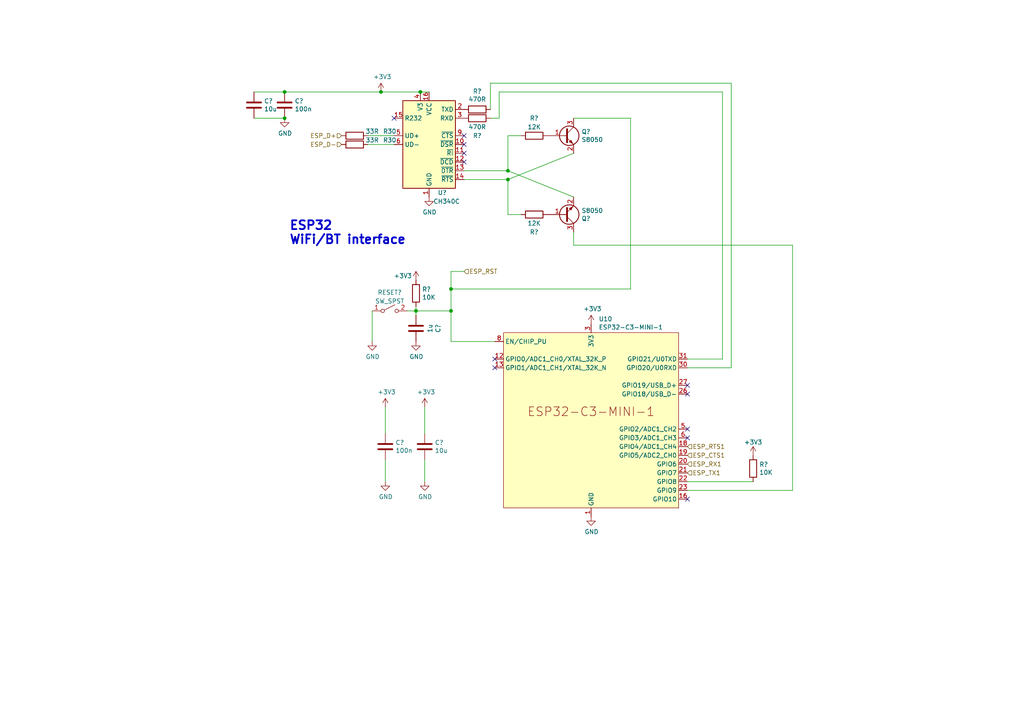
<source format=kicad_sch>
(kicad_sch (version 20230121) (generator eeschema)
  (paper "A4")
  (title_block (title "IMUnav") (date "2023-12-21") (rev "H00") (comment 1 "Inertial navigation unit"))
  (lib_symbols
    (symbol "Device:C" (pin_numbers hide) (pin_names (offset 0.254))
      (property "Reference" "C" (at 0.635 2.54 0))
      (property "Value" "C" (at 0.635 -2.54 0))
      (symbol "C_0_1"
        (polyline (pts (xy -2.032 -0.762) (xy 2.032 -0.762)) (stroke (width 0.508)))
        (polyline (pts (xy -2.032 0.762) (xy 2.032 0.762)) (stroke (width 0.508)))
      )
      (symbol "C_1_1"
        (pin passive line (at 0 3.81 270) (length 2.794) (name "~") (number "1"))
        (pin passive line (at 0 -3.81 90) (length 2.794) (name "~") (number "2"))
      )
    )
    (symbol "Device:Q_NPN_BEC" (pin_names (offset 0) hide)
      (property "Reference" "Q" (at 5.08 1.27 0))
      (property "Value" "Q_NPN_BEC" (at 5.08 -1.27 0))
      (symbol "Q_NPN_BEC_0_1"
        (polyline (pts (xy 0.635 0.635) (xy 2.54 2.54)))
        (polyline (pts (xy 0.635 -0.635) (xy 2.54 -2.54) (xy 2.54 -2.54)))
        (polyline (pts (xy 0.635 1.905) (xy 0.635 -1.905) (xy 0.635 -1.905)) (stroke (width 0.508)))
        (polyline (pts (xy 1.27 -1.778) (xy 1.778 -1.27) (xy 2.286 -2.286) (xy 1.27 -1.778) (xy 1.27 -1.778)) (fill (type outline)))
        (circle (center 1.27 0) (radius 2.8194) (stroke (width 0.254)))
      )
      (symbol "Q_NPN_BEC_1_1"
        (pin input line (at -5.08 0 0) (length 5.715) (name "B") (number "1"))
        (pin passive line (at 2.54 -5.08 90) (length 2.54) (name "E") (number "2"))
        (pin passive line (at 2.54 5.08 270) (length 2.54) (name "C") (number "3"))
      )
    )
    (symbol "Device:R" (pin_numbers hide) (pin_names (offset 0))
      (property "Reference" "R" (at 2.032 0 90))
      (property "Value" "R" (at 0 0 90))
      (symbol "R_0_1"
        (rectangle (start -1.016 -2.54) (end 1.016 2.54) (stroke (width 0.254)))
      )
      (symbol "R_1_1"
        (pin passive line (at 0 3.81 270) (length 1.27) (name "~") (number "1"))
        (pin passive line (at 0 -3.81 90) (length 1.27) (name "~") (number "2"))
      )
    )
    (symbol "Interface_USB:CH340C"
      (property "Reference" "U" (at -5.08 13.97 0))
      (property "Value" "CH340C" (at 1.27 13.97 0))
      (symbol "CH340C_0_1"
        (rectangle (start -7.62 12.7) (end 7.62 -12.7) (stroke (width 0.254)) (fill (type background)))
      )
      (symbol "CH340C_1_1"
        (pin power_in line (at 0 -15.24 90) (length 2.54) (name "GND") (number "1"))
        (pin input line (at 10.16 0 180) (length 2.54) (name "~{DSR}") (number "10"))
        (pin input line (at 10.16 -2.54 180) (length 2.54) (name "~{RI}") (number "11"))
        (pin input line (at 10.16 -5.08 180) (length 2.54) (name "~{DCD}") (number "12"))
        (pin output line (at 10.16 -7.62 180) (length 2.54) (name "~{DTR}") (number "13"))
        (pin output line (at 10.16 -10.16 180) (length 2.54) (name "~{RTS}") (number "14"))
        (pin input line (at -10.16 7.62 0) (length 2.54) (name "R232") (number "15"))
        (pin power_in line (at 0 15.24 270) (length 2.54) (name "VCC") (number "16"))
        (pin output line (at 10.16 10.16 180) (length 2.54) (name "TXD") (number "2"))
        (pin input line (at 10.16 7.62 180) (length 2.54) (name "RXD") (number "3"))
        (pin passive line (at -2.54 15.24 270) (length 2.54) (name "V3") (number "4"))
        (pin bidirectional line (at -10.16 2.54 0) (length 2.54) (name "UD+") (number "5"))
        (pin bidirectional line (at -10.16 0 0) (length 2.54) (name "UD-") (number "6"))
        (pin no_connect line (at -7.62 -7.62 0) (length 2.54) hide (name "NC") (number "7"))
        (pin no_connect line (at -7.62 -10.16 0) (length 2.54) hide (name "NC") (number "8"))
        (pin input line (at 10.16 2.54 180) (length 2.54) (name "~{CTS}") (number "9"))
      )
    )
    (symbol "PCM_Espressif:ESP32-C3-MINI-1"
      (property "Reference" "U" (at -25.4 30.48 0))
      (property "Value" "ESP32-C3-MINI-1" (at -25.4 27.94 0))
      (symbol "ESP32-C3-MINI-1_0_0"
        (text "ESP32-C3-MINI-1" (at 0 2.54 0) (effects (font (size 2.54 2.54))))
      )
      (symbol "ESP32-C3-MINI-1_0_1"
        (rectangle (start -25.4 25.4) (end 25.4 -25.4) (fill (type background)))
      )
      (symbol "ESP32-C3-MINI-1_1_1"
        (pin power_in line (at 0 -27.94 90) (length 2.54) (name "GND") (number "1"))
        (pin no_connect line (at -25.4 2.54 0) (length 2.54) hide (name "NC") (number "10"))
        (pin passive line (at 0 -27.94 90) (length 2.54) hide (name "GND") (number "11"))
        (pin bidirectional line (at -27.94 17.78 0) (length 2.54) (name "GPIO0/ADC1_CH0/XTAL_32K_P") (number "12"))
        (pin bidirectional line (at -27.94 15.24 0) (length 2.54) (name "GPIO1/ADC1_CH1/XTAL_32K_N") (number "13"))
        (pin passive line (at 0 -27.94 90) (length 2.54) hide (name "GND") (number "14"))
        (pin no_connect line (at -25.4 0 0) (length 2.54) hide (name "NC") (number "15"))
        (pin bidirectional line (at 27.94 -22.86 180) (length 2.54) (name "GPIO10") (number "16"))
        (pin no_connect line (at -25.4 -2.54 0) (length 2.54) hide (name "NC") (number "17"))
        (pin bidirectional line (at 27.94 -7.62 180) (length 2.54) (name "GPIO4/ADC1_CH4") (number "18"))
        (pin bidirectional line (at 27.94 -10.16 180) (length 2.54) (name "GPIO5/ADC2_CH0") (number "19"))
        (pin passive line (at 0 -27.94 90) (length 2.54) hide (name "GND") (number "2"))
        (pin bidirectional line (at 27.94 -12.7 180) (length 2.54) (name "GPIO6") (number "20"))
        (pin bidirectional line (at 27.94 -15.24 180) (length 2.54) (name "GPIO7") (number "21"))
        (pin bidirectional line (at 27.94 -17.78 180) (length 2.54) (name "GPIO8") (number "22"))
        (pin bidirectional line (at 27.94 -20.32 180) (length 2.54) (name "GPIO9") (number "23"))
        (pin no_connect line (at -25.4 -5.08 0) (length 2.54) hide (name "NC") (number "24"))
        (pin no_connect line (at -25.4 -7.62 0) (length 2.54) hide (name "NC") (number "25"))
        (pin bidirectional line (at 27.94 7.62 180) (length 2.54) (name "GPIO18/USB_D-") (number "26"))
        (pin bidirectional line (at 27.94 10.16 180) (length 2.54) (name "GPIO19/USB_D+") (number "27"))
        (pin no_connect line (at -25.4 -10.16 0) (length 2.54) hide (name "NC") (number "28"))
        (pin no_connect line (at -25.4 -12.7 0) (length 2.54) hide (name "NC") (number "29"))
        (pin power_in line (at 0 27.94 270) (length 2.54) (name "3V3") (number "3"))
        (pin bidirectional line (at 27.94 15.24 180) (length 2.54) (name "GPIO20/U0RXD") (number "30"))
        (pin bidirectional line (at 27.94 17.78 180) (length 2.54) (name "GPIO21/U0TXD") (number "31"))
        (pin no_connect line (at -25.4 -15.24 0) (length 2.54) hide (name "NC") (number "32"))
        (pin no_connect line (at -25.4 -17.78 0) (length 2.54) hide (name "NC") (number "33"))
        (pin no_connect line (at -25.4 -20.32 0) (length 2.54) hide (name "NC") (number "34"))
        (pin no_connect line (at -25.4 -22.86 0) (length 2.54) hide (name "NC") (number "35"))
        (pin passive line (at 0 -27.94 90) (length 2.54) hide (name "GND") (number "36"))
        (pin passive line (at 0 -27.94 90) (length 2.54) hide (name "GND") (number "37"))
        (pin passive line (at 0 -27.94 90) (length 2.54) hide (name "GND") (number "38"))
        (pin passive line (at 0 -27.94 90) (length 2.54) hide (name "GND") (number "39"))
        (pin no_connect line (at -25.4 10.16 0) (length 2.54) hide (name "NC") (number "4"))
        (pin passive line (at 0 -27.94 90) (length 2.54) hide (name "GND") (number "40"))
        (pin passive line (at 0 -27.94 90) (length 2.54) hide (name "GND") (number "41"))
        (pin passive line (at 0 -27.94 90) (length 2.54) hide (name "GND") (number "42"))
        (pin passive line (at 0 -27.94 90) (length 2.54) hide (name "GND") (number "43"))
        (pin passive line (at 0 -27.94 90) (length 2.54) hide (name "GND") (number "44"))
        (pin passive line (at 0 -27.94 90) (length 2.54) hide (name "GND") (number "45"))
        (pin passive line (at 0 -27.94 90) (length 2.54) hide (name "GND") (number "46"))
        (pin passive line (at 0 -27.94 90) (length 2.54) hide (name "GND") (number "47"))
        (pin passive line (at 0 -27.94 90) (length 2.54) hide (name "GND") (number "48"))
        (pin passive line (at 0 -27.94 90) (length 2.54) hide (name "GND") (number "49"))
        (pin bidirectional line (at 27.94 -2.54 180) (length 2.54) (name "GPIO2/ADC1_CH2") (number "5"))
        (pin passive line (at 0 -27.94 90) (length 2.54) hide (name "GND") (number "50"))
        (pin passive line (at 0 -27.94 90) (length 2.54) hide (name "GND") (number "51"))
        (pin passive line (at 0 -27.94 90) (length 2.54) hide (name "GND") (number "52"))
        (pin passive line (at 0 -27.94 90) (length 2.54) hide (name "GND") (number "53"))
        (pin bidirectional line (at 27.94 -5.08 180) (length 2.54) (name "GPIO3/ADC1_CH3") (number "6"))
        (pin no_connect line (at -25.4 7.62 0) (length 2.54) hide (name "NC") (number "7"))
        (pin input line (at -27.94 22.86 0) (length 2.54) (name "EN/CHIP_PU") (number "8"))
        (pin no_connect line (at -25.4 5.08 0) (length 2.54) hide (name "NC") (number "9"))
      )
    )
    (symbol "Switch:SW_SPST" (pin_names (offset 0) hide)
      (property "Reference" "SW" (at 0 3.175 0))
      (property "Value" "SW_SPST" (at 0 -2.54 0))
      (symbol "SW_SPST_0_0"
        (circle (center -2.032 0) (radius 0.508))
        (polyline (pts (xy -1.524 0.254) (xy 1.524 1.778)))
        (circle (center 2.032 0) (radius 0.508))
      )
      (symbol "SW_SPST_1_1"
        (pin passive line (at -5.08 0 0) (length 2.54) (name "A") (number "1"))
        (pin passive line (at 5.08 0 180) (length 2.54) (name "B") (number "2"))
      )
    )
    (symbol "power:+3V3" (power) (pin_names (offset 0))
      (property "Value" "+3V3" (at 0 3.556 0))
      (symbol "+3V3_0_1"
        (polyline (pts (xy -0.762 1.27) (xy 0 2.54)))
        (polyline (pts (xy 0 0) (xy 0 2.54)))
        (polyline (pts (xy 0 2.54) (xy 0.762 1.27)))
      )
      (symbol "+3V3_1_1"
        (pin power_in line (at 0 0 90) (length 0) hide (name "+3V3") (number "1"))
      )
    )
    (symbol "power:GND" (power) (pin_names (offset 0))
      (property "Value" "GND" (at 0 -3.81 0))
      (symbol "GND_0_1"
        (polyline (pts (xy 0 0) (xy 0 -1.27) (xy 1.27 -1.27) (xy 0 -2.54) (xy -1.27 -1.27) (xy 0 -1.27)))
      )
      (symbol "GND_1_1"
        (pin power_in line (at 0 0 270) (length 0) hide (name "GND") (number "1"))
      )
    )
  )
  (junction (at 120.65 90.17))
  (junction (at 147.32 52.07))
  (junction (at 82.55 26.67))
  (junction (at 121.92 26.67))
  (junction (at 147.32 49.53))
  (junction (at 110.49 26.67))
  (junction (at 130.81 83.82))
  (junction (at 82.55 34.29))
  (junction (at 130.81 90.17))
  (no_connect (at 199.39 124.46))
  (no_connect (at 134.62 41.91))
  (no_connect (at 134.62 39.37))
  (no_connect (at 199.39 111.76))
  (no_connect (at 199.39 127))
  (no_connect (at 143.51 106.68))
  (no_connect (at 114.3 34.29))
  (no_connect (at 199.39 144.78))
  (no_connect (at 134.62 46.99))
  (no_connect (at 134.62 44.45))
  (no_connect (at 143.51 104.14))
  (no_connect (at 199.39 114.3))
  (wire (pts (xy 120.65 90.17) (xy 120.65 88.9)))
  (wire (pts (xy 199.39 104.14) (xy 209.55 104.14)))
  (wire (pts (xy 123.19 133.35) (xy 123.19 139.7)))
  (wire (pts (xy 121.92 26.67) (xy 110.49 26.67)))
  (wire (pts (xy 130.81 90.17) (xy 130.81 99.06)))
  (wire (pts (xy 118.11 90.17) (xy 120.65 90.17)))
  (wire (pts (xy 143.51 99.06) (xy 130.81 99.06)))
  (wire (pts (xy 111.76 133.35) (xy 111.76 139.7)))
  (wire (pts (xy 130.81 78.74) (xy 134.62 78.74)))
  (wire (pts (xy 142.24 34.29) (xy 144.78 34.29)))
  (wire (pts (xy 130.81 78.74) (xy 130.81 83.82)))
  (wire (pts (xy 144.78 26.67) (xy 209.55 26.67)))
  (wire (pts (xy 106.68 41.91) (xy 114.3 41.91)))
  (wire (pts (xy 209.55 26.67) (xy 209.55 104.14)))
  (wire (pts (xy 147.32 52.07) (xy 147.32 62.23)))
  (wire (pts (xy 147.32 39.37) (xy 151.13 39.37)))
  (wire (pts (xy 166.37 71.12) (xy 229.87 71.12)))
  (wire (pts (xy 82.55 26.67) (xy 110.49 26.67)))
  (wire (pts (xy 151.13 62.23) (xy 147.32 62.23)))
  (wire (pts (xy 147.32 49.53) (xy 166.37 57.15)))
  (wire (pts (xy 123.19 118.11) (xy 123.19 125.73)))
  (wire (pts (xy 82.55 34.29) (xy 73.66 34.29)))
  (wire (pts (xy 212.09 24.13) (xy 212.09 106.68)))
  (wire (pts (xy 73.66 26.67) (xy 82.55 26.67)))
  (wire (pts (xy 120.65 90.17) (xy 130.81 90.17)))
  (wire (pts (xy 134.62 49.53) (xy 147.32 49.53)))
  (wire (pts (xy 229.87 71.12) (xy 229.87 142.24)))
  (wire (pts (xy 166.37 67.31) (xy 166.37 71.12)))
  (wire (pts (xy 111.76 125.73) (xy 111.76 118.11)))
  (wire (pts (xy 147.32 39.37) (xy 147.32 49.53)))
  (wire (pts (xy 130.81 83.82) (xy 130.81 90.17)))
  (wire (pts (xy 106.68 39.37) (xy 114.3 39.37)))
  (wire (pts (xy 134.62 52.07) (xy 147.32 52.07)))
  (wire (pts (xy 166.37 44.45) (xy 147.32 52.07)))
  (wire (pts (xy 182.88 34.29) (xy 182.88 83.82)))
  (wire (pts (xy 124.46 26.67) (xy 121.92 26.67)))
  (wire (pts (xy 199.39 139.7) (xy 218.44 139.7)))
  (wire (pts (xy 107.95 90.17) (xy 107.95 99.06)))
  (wire (pts (xy 130.81 83.82) (xy 182.88 83.82)))
  (wire (pts (xy 142.24 24.13) (xy 142.24 31.75)))
  (wire (pts (xy 229.87 142.24) (xy 199.39 142.24)))
  (wire (pts (xy 199.39 106.68) (xy 212.09 106.68)))
  (wire (pts (xy 120.65 91.44) (xy 120.65 90.17)))
  (wire (pts (xy 144.78 34.29) (xy 144.78 26.67)))
  (wire (pts (xy 142.24 24.13) (xy 212.09 24.13)))
  (wire (pts (xy 166.37 34.29) (xy 182.88 34.29)))
  (text "ESP32\nWiFi/BT interface" (at 83.82 71.12 0) (effects (font (size 2.54 2.54) (thickness 0.508) bold) (justify left bottom)))
  (hierarchical_label "ESP_TX1" (shape input) (at 199.39 137.16 0))
  (hierarchical_label "ESP_D+" (shape input) (at 99.06 39.37 180))
  (hierarchical_label "ESP_RST" (shape input) (at 134.62 78.74 0))
  (hierarchical_label "ESP_RX1" (shape input) (at 199.39 134.62 0))
  (hierarchical_label "ESP_RTS1" (shape input) (at 199.39 129.54 0))
  (hierarchical_label "ESP_D-" (shape input) (at 99.06 41.91 180))
  (hierarchical_label "ESP_CTS1" (shape input) (at 199.39 132.08 0))
  (symbol (lib_id "power:GND") (at 171.45 149.86 0) (unit 1)
    (property "Reference" "#PWR?" (effects hide))
    (property "Value" "GND" (at 171.577 154.2542 0))
    (instances (project "IMUnav_H00" (path "" (reference "#PWR?") (unit 1)) (path "" (reference "#PWR0135") (unit 1))) (project "PaLampa_MoBo_H01" (path "" (reference "#PWR?") (unit 1))))
  )
  (symbol (lib_id "power:+3V3") (at 218.44 132.08 0) (unit 1)
    (property "Reference" "#PWR?" (effects hide))
    (property "Value" "+3V3" (at 218.44 128.27 0))
    (instances (project "IMUnav_H00" (path "" (reference "#PWR?") (unit 1)) (path "" (reference "#PWR0136") (unit 1))) (project "PaLampa_MoBo_H01" (path "" (reference "#PWR?") (unit 1))))
  )
  (symbol (lib_id "power:GND") (at 120.65 99.06 0) (unit 1)
    (property "Reference" "#PWR?" (effects hide))
    (property "Value" "GND" (at 120.777 103.4542 0))
    (instances (project "IMUnav_H00" (path "" (reference "#PWR?") (unit 1)) (path "" (reference "#PWR0130") (unit 1))) (project "PaLampa_MoBo_H01" (path "" (reference "#PWR?") (unit 1))))
  )
  (symbol (lib_id "Device:R") (at 138.43 31.75 270) (unit 1)
    (property "Reference" "R?" (at 138.43 26.4922 90))
    (property "Value" "470R" (at 138.43 28.8036 90))
    (property "Footprint" "Resistor_SMD:R_0603_1608Metric" (effects hide))
    (property "LCSC" "C23179" (effects hide))
    (instances (project "IMUnav_H00" (path "" (reference "R?") (unit 1)) (path "" (reference "R42") (unit 1))) (project "PaLampa_MoBo_H01" (path "" (reference "R?") (unit 1))))
  )
  (symbol (lib_id "power:+3V3") (at 110.49 26.67 0) (unit 1)
    (property "Reference" "#PWR?" (effects hide))
    (property "Value" "+3V3" (at 110.871 22.2758 0))
    (instances (project "IMUnav_H00" (path "" (reference "#PWR?") (unit 1)) (path "" (reference "#PWR0126") (unit 1))) (project "PaLampa_MoBo_H01" (path "" (reference "#PWR?") (unit 1))))
  )
  (symbol (lib_id "Device:R") (at 102.87 39.37 90) (unit 1)
    (property "Reference" "R30" (at 113.03 38.1 90))
    (property "Value" "33R" (at 107.95 38.1 90))
    (property "Footprint" "Resistor_SMD:R_0603_1608Metric" (effects hide))
    (property "LCSC" "C23140" (effects hide))
    (instances (project "IMUnav_H00" (path "" (reference "R30") (unit 1)) (path "" (reference "R32") (unit 1)) (path "" (reference "R39") (unit 1))))
  )
  (symbol (lib_id "power:GND") (at 124.46 57.15 0) (unit 1)
    (property "Reference" "#PWR?" (effects hide))
    (property "Value" "GND" (at 124.587 61.5442 0))
    (instances (project "IMUnav_H00" (path "" (reference "#PWR?") (unit 1)) (path "" (reference "#PWR0133") (unit 1))) (project "PaLampa_MoBo_H01" (path "" (reference "#PWR?") (unit 1))))
  )
  (symbol (lib_id "Device:R") (at 154.94 62.23 270) (unit 1)
    (property "Reference" "R?" (at 154.94 67.31 90))
    (property "Value" "12K" (at 154.94 64.77 90))
    (property "Footprint" "Resistor_SMD:R_0603_1608Metric" (effects hide))
    (property "LCSC" "C22790" (effects hide))
    (instances (project "IMUnav_H00" (path "" (reference "R?") (unit 1)) (path "" (reference "R45") (unit 1))) (project "PaLampa_MoBo_H01" (path "" (reference "R?") (unit 1))))
  )
  (symbol (lib_id "Device:C") (at 111.76 129.54 0) (unit 1)
    (property "Reference" "C?" (at 114.681 128.3716 0) (effects (justify left)))
    (property "Value" "100n" (at 114.681 130.683 0) (effects (justify left)))
    (property "Footprint" "Capacitor_SMD:C_0603_1608Metric" (effects hide))
    (property "LCSC" "C14663" (effects hide))
    (instances (project "IMUnav_H00" (path "" (reference "C?") (unit 1)) (path "" (reference "C39") (unit 1))) (project "PaLampa_MoBo_H01" (path "" (reference "C?") (unit 1))))
  )
  (symbol (lib_id "Device:Q_NPN_BEC") (at 163.83 62.23 0) (mirror x) (unit 1)
    (property "Reference" "Q?" (at 168.656 63.3984 0) (effects (justify left)))
    (property "Value" "S8050" (at 168.656 61.087 0) (effects (justify left)))
    (property "Footprint" "Package_TO_SOT_SMD:SOT-23" (effects hide))
    (property "Datasheet" "https://datasheet.lcsc.com/szlcsc/Changjiang-Electronics-Tech-CJ-S8050_C2146.pdf" (effects hide))
    (property "LCSC" "C2146" (effects hide))
    (instances (project "IMUnav_H00" (path "" (reference "Q?") (unit 1)) (path "" (reference "Q2") (unit 1))) (project "PaLampa_MoBo_H01" (path "" (reference "Q?") (unit 1))))
  )
  (symbol (lib_id "PCM_Espressif:ESP32-C3-MINI-1") (at 171.45 121.92 0) (unit 1)
    (property "Reference" "U10" (at 173.6441 92.5027 0) (effects (justify left)))
    (property "Value" "ESP32-C3-MINI-1" (at 173.6441 94.9269 0) (effects (justify left)))
    (property "Footprint" "PCM_Espressif:ESP32-C3-MINI-1" (effects hide))
    (property "Datasheet" "https://www.espressif.com/sites/default/files/documentation/esp32-c3-mini-1_datasheet_en.pdf" (effects hide))
    (property "LCSC" "C2838502" (effects hide))
  )
  (symbol (lib_id "Device:R") (at 102.87 41.91 90) (unit 1)
    (property "Reference" "R30" (at 113.03 40.64 90))
    (property "Value" "33R" (at 107.95 40.64 90))
    (property "Footprint" "Resistor_SMD:R_0603_1608Metric" (effects hide))
    (property "LCSC" "C23140" (effects hide))
    (instances (project "IMUnav_H00" (path "" (reference "R30") (unit 1)) (path "" (reference "R32") (unit 1)) (path "" (reference "R40") (unit 1))))
  )
  (symbol (lib_id "Switch:SW_SPST") (at 113.03 90.17 0) (unit 1)
    (property "Reference" "RESET?" (at 113.03 84.8192 0))
    (property "Value" "SW_SPST" (at 113.03 87.3561 0))
    (property "Footprint" "Button_Switch_SMD:SW_SPST_TL3342" (effects hide))
    (property "LCSC" "C318884" (effects hide))
    (instances (project "IMUnav_H00" (path "" (reference "RESET?") (unit 1)) (path "" (reference "RESET2") (unit 1))) (project "PaLampa_MoBo_H01" (path "" (reference "RESET?") (unit 1))))
  )
  (symbol (lib_id "Device:R") (at 154.94 39.37 270) (unit 1)
    (property "Reference" "R?" (at 154.94 34.29 90))
    (property "Value" "12K" (at 154.94 36.83 90))
    (property "Footprint" "Resistor_SMD:R_0603_1608Metric" (effects hide))
    (property "LCSC" "C22790" (effects hide))
    (instances (project "IMUnav_H00" (path "" (reference "R?") (unit 1)) (path "" (reference "R44") (unit 1))) (project "PaLampa_MoBo_H01" (path "" (reference "R?") (unit 1))))
  )
  (symbol (lib_id "Device:R") (at 138.43 34.29 270) (unit 1)
    (property "Reference" "R?" (at 138.43 39.37 90))
    (property "Value" "470R" (at 138.43 36.83 90))
    (property "Footprint" "Resistor_SMD:R_0603_1608Metric" (effects hide))
    (property "LCSC" "C23179" (effects hide))
    (instances (project "IMUnav_H00" (path "" (reference "R?") (unit 1)) (path "" (reference "R43") (unit 1))) (project "PaLampa_MoBo_H01" (path "" (reference "R?") (unit 1))))
  )
  (symbol (lib_id "Device:C") (at 123.19 129.54 0) (unit 1)
    (property "Reference" "C?" (at 126.111 128.3716 0) (effects (justify left)))
    (property "Value" "10u" (at 126.111 130.683 0) (effects (justify left)))
    (property "Footprint" "Capacitor_SMD:C_0805_2012Metric" (effects hide))
    (property "LCSC" "C15850" (effects hide))
    (instances (project "IMUnav_H00" (path "" (reference "C?") (unit 1)) (path "" (reference "C41") (unit 1))) (project "PaLampa_MoBo_H01" (path "" (reference "C?") (unit 1))))
  )
  (symbol (lib_id "power:GND") (at 82.55 34.29 0) (unit 1)
    (property "Reference" "#PWR?" (effects hide))
    (property "Value" "GND" (at 82.677 38.6842 0))
    (instances (project "IMUnav_H00" (path "" (reference "#PWR?") (unit 1)) (path "" (reference "#PWR0124") (unit 1))) (project "PaLampa_MoBo_H01" (path "" (reference "#PWR?") (unit 1))))
  )
  (symbol (lib_id "power:+3V3") (at 120.65 81.28 0) (unit 1)
    (property "Reference" "#PWR?" (effects hide))
    (property "Value" "+3V3" (at 116.84 80.01 0))
    (instances (project "IMUnav_H00" (path "" (reference "#PWR?") (unit 1)) (path "" (reference "#PWR0129") (unit 1))) (project "PaLampa_MoBo_H01" (path "" (reference "#PWR?") (unit 1))))
  )
  (symbol (lib_id "power:+3V3") (at 171.45 93.98 0) (unit 1)
    (property "Reference" "#PWR?" (effects hide))
    (property "Value" "+3V3" (at 171.831 89.5858 0))
    (instances (project "IMUnav_H00" (path "" (reference "#PWR?") (unit 1)) (path "" (reference "#PWR0134") (unit 1))) (project "PaLampa_MoBo_H01" (path "" (reference "#PWR?") (unit 1))))
  )
  (symbol (lib_id "power:+3V3") (at 111.76 118.11 0) (unit 1)
    (property "Reference" "#PWR?" (effects hide))
    (property "Value" "+3V3" (at 112.141 113.7158 0))
    (instances (project "IMUnav_H00" (path "" (reference "#PWR?") (unit 1)) (path "" (reference "#PWR0127") (unit 1))) (project "PaLampa_MoBo_H01" (path "" (reference "#PWR?") (unit 1))))
  )
  (symbol (lib_id "Interface_USB:CH340C") (at 124.46 41.91 0) (unit 1)
    (property "Reference" "U?" (at 128.27 55.88 0))
    (property "Value" "CH340C" (at 129.54 58.42 0))
    (property "Footprint" "Package_SO:SOIC-16_3.9x9.9mm_P1.27mm" (effects hide))
    (property "Datasheet" "https://datasheet.lcsc.com/szlcsc/Jiangsu-Qin-Heng-CH340C_C84681.pdf" (effects hide))
    (property "LCSC" "C84681" (effects hide))
    (instances (project "IMUnav_H00" (path "" (reference "U?") (unit 1)) (path "" (reference "U9") (unit 1))) (project "PaLampa_MoBo_H01" (path "" (reference "U?") (unit 1))))
  )
  (symbol (lib_id "Device:R") (at 218.44 135.89 0) (unit 1)
    (property "Reference" "R?" (at 220.218 134.7216 0) (effects (justify left)))
    (property "Value" "10K" (at 220.218 137.033 0) (effects (justify left)))
    (property "Footprint" "Resistor_SMD:R_0603_1608Metric" (effects hide))
    (property "LCSC" "C25804" (effects hide))
    (instances (project "IMUnav_H00" (path "" (reference "R?") (unit 1)) (path "" (reference "R46") (unit 1))) (project "PaLampa_MoBo_H01" (path "" (reference "R?") (unit 1))))
  )
  (symbol (lib_id "Device:R") (at 120.65 85.09 0) (unit 1)
    (property "Reference" "R?" (at 122.428 83.9216 0) (effects (justify left)))
    (property "Value" "10K" (at 122.428 86.233 0) (effects (justify left)))
    (property "Footprint" "Resistor_SMD:R_0603_1608Metric" (effects hide))
    (property "LCSC" "C25804" (effects hide))
    (instances (project "IMUnav_H00" (path "" (reference "R?") (unit 1)) (path "" (reference "R41") (unit 1))) (project "PaLampa_MoBo_H01" (path "" (reference "R?") (unit 1))))
  )
  (symbol (lib_id "Device:C") (at 73.66 30.48 0) (unit 1)
    (property "Reference" "C?" (at 76.581 29.3116 0) (effects (justify left)))
    (property "Value" "10u" (at 76.581 31.623 0) (effects (justify left)))
    (property "Footprint" "Capacitor_SMD:C_0805_2012Metric" (effects hide))
    (property "LCSC" "C15850" (effects hide))
    (instances (project "IMUnav_H00" (path "" (reference "C?") (unit 1)) (path "" (reference "C37") (unit 1))) (project "PaLampa_MoBo_H01" (path "" (reference "C?") (unit 1))))
  )
  (symbol (lib_id "power:+3V3") (at 123.19 118.11 0) (unit 1)
    (property "Reference" "#PWR?" (effects hide))
    (property "Value" "+3V3" (at 123.571 113.7158 0))
    (instances (project "IMUnav_H00" (path "" (reference "#PWR?") (unit 1)) (path "" (reference "#PWR0131") (unit 1))) (project "PaLampa_MoBo_H01" (path "" (reference "#PWR?") (unit 1))))
  )
  (symbol (lib_id "power:GND") (at 107.95 99.06 0) (unit 1)
    (property "Reference" "#PWR?" (effects hide))
    (property "Value" "GND" (at 108.077 103.4542 0))
    (instances (project "IMUnav_H00" (path "" (reference "#PWR?") (unit 1)) (path "" (reference "#PWR0125") (unit 1))) (project "PaLampa_MoBo_H01" (path "" (reference "#PWR?") (unit 1))))
  )
  (symbol (lib_id "Device:C") (at 82.55 30.48 0) (unit 1)
    (property "Reference" "C?" (at 85.471 29.3116 0) (effects (justify left)))
    (property "Value" "100n" (at 85.471 31.623 0) (effects (justify left)))
    (property "Footprint" "Capacitor_SMD:C_0603_1608Metric" (effects hide))
    (property "LCSC" "C14663" (effects hide))
    (instances (project "IMUnav_H00" (path "" (reference "C?") (unit 1)) (path "" (reference "C38") (unit 1))) (project "PaLampa_MoBo_H01" (path "" (reference "C?") (unit 1))))
  )
  (symbol (lib_id "power:GND") (at 123.19 139.7 0) (unit 1)
    (property "Reference" "#PWR?" (effects hide))
    (property "Value" "GND" (at 123.317 144.0942 0))
    (instances (project "IMUnav_H00" (path "" (reference "#PWR?") (unit 1)) (path "" (reference "#PWR0132") (unit 1))) (project "PaLampa_MoBo_H01" (path "" (reference "#PWR?") (unit 1))))
  )
  (symbol (lib_id "Device:Q_NPN_BEC") (at 163.83 39.37 0) (unit 1)
    (property "Reference" "Q?" (at 168.656 38.2016 0) (effects (justify left)))
    (property "Value" "S8050" (at 168.656 40.513 0) (effects (justify left)))
    (property "Footprint" "Package_TO_SOT_SMD:SOT-23" (effects hide))
    (property "Datasheet" "https://datasheet.lcsc.com/szlcsc/Changjiang-Electronics-Tech-CJ-S8050_C2146.pdf" (effects hide))
    (property "LCSC" "C2146" (effects hide))
    (instances (project "IMUnav_H00" (path "" (reference "Q?") (unit 1)) (path "" (reference "Q1") (unit 1))) (project "PaLampa_MoBo_H01" (path "" (reference "Q?") (unit 1))))
  )
  (symbol (lib_id "power:GND") (at 111.76 139.7 0) (unit 1)
    (property "Reference" "#PWR?" (effects hide))
    (property "Value" "GND" (at 111.887 144.0942 0))
    (instances (project "IMUnav_H00" (path "" (reference "#PWR?") (unit 1)) (path "" (reference "#PWR0128") (unit 1))) (project "PaLampa_MoBo_H01" (path "" (reference "#PWR?") (unit 1))))
  )
  (symbol (lib_id "Device:C") (at 120.65 95.25 180) (unit 1)
    (property "Reference" "C?" (at 127.0508 95.25 90))
    (property "Value" "1u" (at 124.7394 95.25 90))
    (property "Footprint" "Capacitor_SMD:C_0603_1608Metric" (effects hide))
    (property "LCSC" "C15849" (effects hide))
    (instances (project "IMUnav_H00" (path "" (reference "C?") (unit 1)) (path "" (reference "C40") (unit 1))) (project "PaLampa_MoBo_H01" (path "" (reference "C?") (unit 1))))
  )
)
</source>
